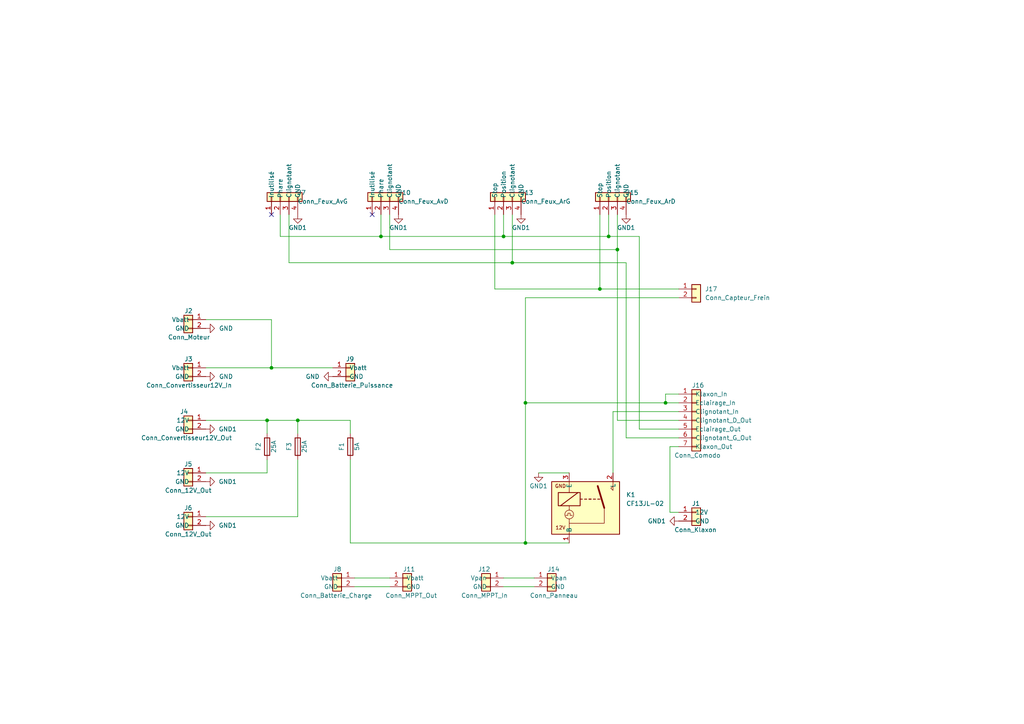
<source format=kicad_sch>
(kicad_sch (version 20211123) (generator eeschema)
  (paper "A4")
  (title_block (title "Boitier électrique vhéliotech") (date "2024-12-28") (company "Vélo solaire pour tous") (comment 1 "Licence CERN-OHL-S version 2"))
  (lib_symbols
    (symbol "Conn_12V_Out_1" (pin_names (offset 1.016))
      (property "Reference" "J" (at 0 2.54 0))
      (property "Value" "Conn_12V_Out_1" (at 0 -5.08 0))
      (symbol "Conn_12V_Out_1_1_1"
        (rectangle (start -1.27 -2.413) (end 0 -2.667) (stroke (width 0.1524)))
        (rectangle (start -1.27 0.127) (end 0 -0.127) (stroke (width 0.1524)))
        (rectangle (start -1.27 1.27) (end 1.27 -3.81) (stroke (width 0.254)) (fill (type background)))
        (pin power_in line (at -5.08 0 0) (length 3.81) (name "12V") (number "1"))
        (pin power_in line (at -5.08 -2.54 0) (length 3.81) (name "GND") (number "2"))
      )
    )
    (symbol "Connector_Generic:Conn_01x02" (pin_names (offset 1.016) hide)
      (property "Reference" "J" (at 0 2.54 0))
      (property "Value" "Conn_01x02" (at 0 -5.08 0))
      (symbol "Conn_01x02_1_1"
        (rectangle (start -1.27 -2.413) (end 0 -2.667) (stroke (width 0.1524)))
        (rectangle (start -1.27 0.127) (end 0 -0.127) (stroke (width 0.1524)))
        (rectangle (start -1.27 1.27) (end 1.27 -3.81) (stroke (width 0.254)) (fill (type background)))
        (pin passive line (at -5.08 0 0) (length 3.81) (name "Pin_1") (number "1"))
        (pin passive line (at -5.08 -2.54 0) (length 3.81) (name "Pin_2") (number "2"))
      )
    )
    (symbol "circuit:CF13JL-02"
      (property "Reference" "K" (at 11.43 3.81 0))
      (property "Value" "CF13JL-02" (at 17.78 1.27 0))
      (symbol "CF13JL-02_0_1"
        (circle (center -5.08 -4.445) (radius 1.27))
        (polyline (pts (xy -5.08 -6.985) (xy -5.08 -5.715)))
        (polyline (pts (xy -6.096 -4.699) (xy -5.461 -4.699) (xy -5.461 -4.064) (xy -4.826 -4.064) (xy -4.826 -4.699) (xy -4.191 -4.699)))
      )
      (symbol "CF13JL-02_1_1"
        (rectangle (start -10.16 5.08) (end 9.525 -10.16) (stroke (width 0.254)) (fill (type background)))
        (rectangle (start -8.255 1.905) (end -1.905 -1.905) (stroke (width 0.254)))
        (polyline (pts (xy -7.62 -1.905) (xy -2.54 1.905)) (stroke (width 0.254)))
        (polyline (pts (xy -5.08 -10.16) (xy -5.08 -6.985)))
        (polyline (pts (xy -5.08 -3.175) (xy -5.08 -1.905)))
        (polyline (pts (xy -5.08 5.08) (xy -5.08 1.905)))
        (polyline (pts (xy -1.905 0) (xy -1.27 0)) (stroke (width 0.254)))
        (polyline (pts (xy -0.635 0) (xy 0 0)) (stroke (width 0.254)))
        (polyline (pts (xy 0.635 0) (xy 1.27 0)) (stroke (width 0.254)))
        (polyline (pts (xy 0.635 0) (xy 1.27 0)) (stroke (width 0.254)))
        (polyline (pts (xy 1.905 0) (xy 2.54 0)) (stroke (width 0.254)))
        (polyline (pts (xy 3.175 0) (xy 3.81 0)) (stroke (width 0.254)))
        (polyline (pts (xy 5.08 -6.985) (xy -5.08 -6.985)))
        (polyline (pts (xy 5.08 -2.54) (xy 3.175 3.81)) (stroke (width 0.508)))
        (polyline (pts (xy 5.08 -2.54) (xy 5.08 -6.985)))
        (polyline (pts (xy 7.62 3.81) (xy 7.62 5.08)))
        (polyline (pts (xy 7.62 3.81) (xy 7.62 2.54) (xy 6.985 3.175) (xy 7.62 3.81)))
        (text "12V" (at -7.62 -8.255 0) (effects (font (size 1.016 1.016))))
        (text "GND" (at -7.62 3.81 0) (effects (font (size 1.016 1.016))))
        (pin passive line (at -5.08 -12.7 90) (length 2.54) (name "B") (number "1"))
        (pin passive line (at 7.62 7.62 270) (length 2.54) (name "L") (number "2"))
        (pin passive line (at -5.08 7.62 270) (length 2.54) (name "E") (number "3"))
      )
    )
    (symbol "circuit:Conn_12V_Out" (pin_names (offset 1.016))
      (property "Reference" "J" (at 0 2.54 0))
      (property "Value" "Conn_12V_Out" (at 0 -5.08 0))
      (symbol "Conn_12V_Out_1_1"
        (rectangle (start -1.27 -2.413) (end 0 -2.667) (stroke (width 0.1524)))
        (rectangle (start -1.27 0.127) (end 0 -0.127) (stroke (width 0.1524)))
        (rectangle (start -1.27 1.27) (end 1.27 -3.81) (stroke (width 0.254)) (fill (type background)))
        (pin power_in line (at -5.08 0 0) (length 3.81) (name "12V") (number "1"))
        (pin power_in line (at -5.08 -2.54 0) (length 3.81) (name "GND") (number "2"))
      )
    )
    (symbol "circuit:Conn_Batterie_Charge" (pin_names (offset 1.016))
      (property "Reference" "J" (at 0 2.54 0))
      (property "Value" "Conn_Batterie_Charge" (at 0 -5.08 0))
      (symbol "Conn_Batterie_Charge_1_1"
        (rectangle (start -1.27 -2.413) (end 0 -2.667) (stroke (width 0.1524)))
        (rectangle (start -1.27 0.127) (end 0 -0.127) (stroke (width 0.1524)))
        (rectangle (start -1.27 1.27) (end 1.27 -3.81) (stroke (width 0.254)) (fill (type background)))
        (pin power_in line (at -5.08 0 0) (length 3.81) (name "Vbatt") (number "1"))
        (pin power_in line (at -5.08 -2.54 0) (length 3.81) (name "GND") (number "2"))
      )
    )
    (symbol "circuit:Conn_Batterie_Puissance" (pin_names (offset 1.016))
      (property "Reference" "J" (at 0 2.54 0))
      (property "Value" "Conn_Batterie_Puissance" (at 0 -5.08 0))
      (symbol "Conn_Batterie_Puissance_1_1"
        (rectangle (start -1.27 -2.413) (end 0 -2.667) (stroke (width 0.1524)))
        (rectangle (start -1.27 0.127) (end 0 -0.127) (stroke (width 0.1524)))
        (rectangle (start -1.27 1.27) (end 1.27 -3.81) (stroke (width 0.254)) (fill (type background)))
        (pin power_out line (at -5.08 0 0) (length 3.81) (name "Vbatt") (number "1"))
        (pin power_out line (at -5.08 -2.54 0) (length 3.81) (name "GND") (number "2"))
      )
    )
    (symbol "circuit:Conn_Comodo" (pin_names (offset 1.016))
      (property "Reference" "J" (at 0 10.16 0))
      (property "Value" "Conn_Comodo" (at 0 -10.16 0))
      (symbol "Conn_Comodo_1_1"
        (rectangle (start -1.27 -7.493) (end 0 -7.747) (stroke (width 0.1524)))
        (rectangle (start -1.27 -4.953) (end 0 -5.207) (stroke (width 0.1524)))
        (rectangle (start -1.27 -2.413) (end 0 -2.667) (stroke (width 0.1524)))
        (rectangle (start -1.27 0.127) (end 0 -0.127) (stroke (width 0.1524)))
        (rectangle (start -1.27 2.667) (end 0 2.413) (stroke (width 0.1524)))
        (rectangle (start -1.27 5.207) (end 0 4.953) (stroke (width 0.1524)))
        (rectangle (start -1.27 7.747) (end 0 7.493) (stroke (width 0.1524)))
        (rectangle (start -1.27 8.89) (end 1.27 -8.89) (stroke (width 0.254)) (fill (type background)))
        (pin power_in line (at -5.08 7.62 0) (length 3.81) (name "Klaxon_In") (number "1"))
        (pin power_in line (at -5.08 5.08 0) (length 3.81) (name "Eclairage_In") (number "2"))
        (pin passive line (at -5.08 2.54 0) (length 3.81) (name "Clignotant_In") (number "3"))
        (pin passive line (at -5.08 0 0) (length 3.81) (name "Clignotant_D_Out") (number "4"))
        (pin passive line (at -5.08 -2.54 0) (length 3.81) (name "Eclairage_Out") (number "5"))
        (pin passive line (at -5.08 -5.08 0) (length 3.81) (name "Clignotant_G_Out") (number "6"))
        (pin passive line (at -5.08 -7.62 0) (length 3.81) (name "Klaxon_Out") (number "7"))
      )
    )
    (symbol "circuit:Conn_Convertisseur12V_In" (pin_names (offset 1.016))
      (property "Reference" "J" (at 0 2.54 0))
      (property "Value" "Conn_Convertisseur12V_In" (at 0 -5.08 0))
      (symbol "Conn_Convertisseur12V_In_1_1"
        (rectangle (start -1.27 -2.413) (end 0 -2.667) (stroke (width 0.1524)))
        (rectangle (start -1.27 0.127) (end 0 -0.127) (stroke (width 0.1524)))
        (rectangle (start -1.27 1.27) (end 1.27 -3.81) (stroke (width 0.254)) (fill (type background)))
        (pin power_in line (at -5.08 0 0) (length 3.81) (name "Vbatt") (number "1"))
        (pin power_in line (at -5.08 -2.54 0) (length 3.81) (name "GND") (number "2"))
      )
    )
    (symbol "circuit:Conn_Convertisseur12V_Out" (pin_names (offset 1.016))
      (property "Reference" "J" (at 0 2.54 0))
      (property "Value" "Conn_Convertisseur12V_Out" (at 0 -5.08 0))
      (symbol "Conn_Convertisseur12V_Out_1_1"
        (rectangle (start -1.27 -2.413) (end 0 -2.667) (stroke (width 0.1524)))
        (rectangle (start -1.27 0.127) (end 0 -0.127) (stroke (width 0.1524)))
        (rectangle (start -1.27 1.27) (end 1.27 -3.81) (stroke (width 0.254)) (fill (type background)))
        (pin power_out line (at -5.08 0 0) (length 3.81) (name "12V") (number "1"))
        (pin power_out line (at -5.08 -2.54 0) (length 3.81) (name "GND") (number "2"))
      )
    )
    (symbol "circuit:Conn_Feux_Arriere" (pin_names (offset 1.016))
      (property "Reference" "J" (at 0 5.08 0))
      (property "Value" "Conn_Feux_Arriere" (at 0 -7.62 0))
      (symbol "Conn_Feux_Arriere_1_1"
        (rectangle (start -1.27 -4.953) (end 0 -5.207) (stroke (width 0.1524)))
        (rectangle (start -1.27 -2.413) (end 0 -2.667) (stroke (width 0.1524)))
        (rectangle (start -1.27 0.127) (end 0 -0.127) (stroke (width 0.1524)))
        (rectangle (start -1.27 2.667) (end 0 2.413) (stroke (width 0.1524)))
        (rectangle (start -1.27 3.81) (end 1.27 -6.35) (stroke (width 0.254)) (fill (type background)))
        (pin passive line (at -5.08 2.54 0) (length 3.81) (name "Stop") (number "1"))
        (pin passive line (at -5.08 0 0) (length 3.81) (name "Position") (number "2"))
        (pin passive line (at -5.08 -2.54 0) (length 3.81) (name "Clignotant") (number "3"))
        (pin power_in line (at -5.08 -5.08 0) (length 3.81) (name "GND") (number "4"))
      )
    )
    (symbol "circuit:Conn_Feux_Avant" (pin_names (offset 1.016))
      (property "Reference" "J" (at 0 5.08 0))
      (property "Value" "Conn_Feux_Avant" (at 0 -7.62 0))
      (symbol "Conn_Feux_Avant_1_1"
        (rectangle (start -1.27 -4.953) (end 0 -5.207) (stroke (width 0.1524)))
        (rectangle (start -1.27 -2.413) (end 0 -2.667) (stroke (width 0.1524)))
        (rectangle (start -1.27 0.127) (end 0 -0.127) (stroke (width 0.1524)))
        (rectangle (start -1.27 2.667) (end 0 2.413) (stroke (width 0.1524)))
        (rectangle (start -1.27 3.81) (end 1.27 -6.35) (stroke (width 0.254)) (fill (type background)))
        (pin passive line (at -5.08 2.54 0) (length 3.81) (name "Inutilisé") (number "1"))
        (pin passive line (at -5.08 0 0) (length 3.81) (name "Phare") (number "2"))
        (pin passive line (at -5.08 -2.54 0) (length 3.81) (name "Clignotant") (number "3"))
        (pin power_in line (at -5.08 -5.08 0) (length 3.81) (name "GND") (number "4"))
      )
    )
    (symbol "circuit:Conn_Klaxon" (pin_names (offset 1.016))
      (property "Reference" "J" (at 0 2.54 0))
      (property "Value" "Conn_Klaxon" (at 0 -5.08 0))
      (symbol "Conn_Klaxon_1_1"
        (rectangle (start -1.27 -2.413) (end 0 -2.667) (stroke (width 0.1524)))
        (rectangle (start -1.27 0.127) (end 0 -0.127) (stroke (width 0.1524)))
        (rectangle (start -1.27 1.27) (end 1.27 -3.81) (stroke (width 0.254)) (fill (type background)))
        (pin passive line (at -5.08 0 0) (length 3.81) (name "12V") (number "1"))
        (pin power_in line (at -5.08 -2.54 0) (length 3.81) (name "GND") (number "2"))
      )
    )
    (symbol "circuit:Conn_MPPT_In" (pin_names (offset 1.016))
      (property "Reference" "J" (at 0 2.54 0))
      (property "Value" "Conn_MPPT_In" (at 0 -5.08 0))
      (symbol "Conn_MPPT_In_1_1"
        (rectangle (start -1.27 -2.413) (end 0 -2.667) (stroke (width 0.1524)))
        (rectangle (start -1.27 0.127) (end 0 -0.127) (stroke (width 0.1524)))
        (rectangle (start -1.27 1.27) (end 1.27 -3.81) (stroke (width 0.254)) (fill (type background)))
        (pin power_in line (at -5.08 0 0) (length 3.81) (name "Vpan") (number "1"))
        (pin power_in line (at -5.08 -2.54 0) (length 3.81) (name "GND") (number "2"))
      )
    )
    (symbol "circuit:Conn_MPPT_Out" (pin_names (offset 1.016))
      (property "Reference" "J" (at 0 2.54 0))
      (property "Value" "Conn_MPPT_Out" (at 0 -5.08 0))
      (symbol "Conn_MPPT_Out_1_1"
        (rectangle (start -1.27 -2.413) (end 0 -2.667) (stroke (width 0.1524)))
        (rectangle (start -1.27 0.127) (end 0 -0.127) (stroke (width 0.1524)))
        (rectangle (start -1.27 1.27) (end 1.27 -3.81) (stroke (width 0.254)) (fill (type background)))
        (pin power_out line (at -5.08 0 0) (length 3.81) (name "Vbatt") (number "1"))
        (pin power_out line (at -5.08 -2.54 0) (length 3.81) (name "GND") (number "2"))
      )
    )
    (symbol "circuit:Conn_Moteur" (pin_names (offset 1.016))
      (property "Reference" "J" (at 0 2.54 0))
      (property "Value" "Conn_Moteur" (at 0 -5.08 0))
      (symbol "Conn_Moteur_1_1"
        (rectangle (start -1.27 -2.413) (end 0 -2.667) (stroke (width 0.1524)))
        (rectangle (start -1.27 0.127) (end 0 -0.127) (stroke (width 0.1524)))
        (rectangle (start -1.27 1.27) (end 1.27 -3.81) (stroke (width 0.254)) (fill (type background)))
        (pin power_in line (at -5.08 0 0) (length 3.81) (name "Vbatt") (number "1"))
        (pin power_in line (at -5.08 -2.54 0) (length 3.81) (name "GND") (number "2"))
      )
    )
    (symbol "circuit:Conn_Panneau" (pin_names (offset 1.016))
      (property "Reference" "J" (at 0 2.54 0))
      (property "Value" "Conn_Panneau" (at 0 -5.08 0))
      (symbol "Conn_Panneau_1_1"
        (rectangle (start -1.27 -2.413) (end 0 -2.667) (stroke (width 0.1524)))
        (rectangle (start -1.27 0.127) (end 0 -0.127) (stroke (width 0.1524)))
        (rectangle (start -1.27 1.27) (end 1.27 -3.81) (stroke (width 0.254)) (fill (type background)))
        (pin power_out line (at -5.08 0 0) (length 3.81) (name "Vpan") (number "1"))
        (pin power_out line (at -5.08 -2.54 0) (length 3.81) (name "GND") (number "2"))
      )
    )
    (symbol "circuit:Fuse" (pin_numbers hide) (pin_names (offset 0))
      (property "Reference" "F" (at 2.032 0 90))
      (property "Value" "Fuse" (at -1.905 0 90))
      (symbol "Fuse_0_1"
        (rectangle (start -0.762 -2.54) (end 0.762 2.54) (stroke (width 0.254)))
        (polyline (pts (xy 0 2.54) (xy 0 -2.54)))
      )
      (symbol "Fuse_1_1"
        (pin power_out line (at 0 3.81 270) (length 1.27) (name "~") (number "1"))
        (pin power_in line (at 0 -3.81 90) (length 1.27) (name "~") (number "2"))
      )
    )
    (symbol "power:GND" (power) (pin_names (offset 0))
      (property "Value" "GND" (at 0 -3.81 0))
      (symbol "GND_0_1"
        (polyline (pts (xy 0 0) (xy 0 -1.27) (xy 1.27 -1.27) (xy 0 -2.54) (xy -1.27 -1.27) (xy 0 -1.27)))
      )
      (symbol "GND_1_1"
        (pin power_in line (at 0 0 270) (length 0) hide (name "GND") (number "1"))
      )
    )
    (symbol "power:GND1" (power) (pin_names (offset 0))
      (property "Value" "GND1" (at 0 -3.81 0))
      (symbol "GND1_0_1"
        (polyline (pts (xy 0 0) (xy 0 -1.27) (xy 1.27 -1.27) (xy 0 -2.54) (xy -1.27 -1.27) (xy 0 -1.27)))
      )
      (symbol "GND1_1_1"
        (pin power_in line (at 0 0 270) (length 0) hide (name "GND1") (number "1"))
      )
    )
  )
  (junction (at 193.04 116.84))
  (junction (at 148.59 76.2))
  (junction (at 78.74 106.68))
  (junction (at 110.49 68.58))
  (junction (at 146.05 68.58))
  (junction (at 173.99 83.82))
  (junction (at 152.4 157.48))
  (junction (at 77.47 121.92))
  (junction (at 176.53 68.58))
  (junction (at 179.07 72.39))
  (junction (at 86.36 121.92))
  (junction (at 152.4 116.84))
  (no_connect (at 78.74 62.23))
  (no_connect (at 107.95 62.23))
  (wire (pts (xy 78.74 92.71) (xy 59.69 92.71)))
  (wire (pts (xy 77.47 133.35) (xy 77.47 137.16)))
  (wire (pts (xy 77.47 121.92) (xy 77.47 125.73)))
  (wire (pts (xy 59.69 149.86) (xy 86.36 149.86)))
  (wire (pts (xy 110.49 68.58) (xy 81.28 68.58)))
  (wire (pts (xy 193.04 114.3) (xy 196.85 114.3)))
  (wire (pts (xy 102.87 167.64) (xy 113.03 167.64)))
  (wire (pts (xy 176.53 62.23) (xy 176.53 68.58)))
  (wire (pts (xy 148.59 62.23) (xy 148.59 76.2)))
  (wire (pts (xy 86.36 149.86) (xy 86.36 133.35)))
  (wire (pts (xy 101.6 133.35) (xy 101.6 157.48)))
  (wire (pts (xy 59.69 106.68) (xy 78.74 106.68)))
  (wire (pts (xy 86.36 121.92) (xy 101.6 121.92)))
  (wire (pts (xy 177.8 119.38) (xy 196.85 119.38)))
  (wire (pts (xy 179.07 72.39) (xy 113.03 72.39)))
  (wire (pts (xy 110.49 62.23) (xy 110.49 68.58)))
  (wire (pts (xy 77.47 121.92) (xy 86.36 121.92)))
  (wire (pts (xy 193.04 116.84) (xy 152.4 116.84)))
  (wire (pts (xy 181.61 127) (xy 196.85 127)))
  (wire (pts (xy 101.6 125.73) (xy 101.6 121.92)))
  (wire (pts (xy 194.31 148.59) (xy 196.85 148.59)))
  (wire (pts (xy 152.4 116.84) (xy 152.4 86.36)))
  (wire (pts (xy 196.85 83.82) (xy 173.99 83.82)))
  (wire (pts (xy 173.99 83.82) (xy 173.99 62.23)))
  (wire (pts (xy 196.85 116.84) (xy 193.04 116.84)))
  (wire (pts (xy 185.42 68.58) (xy 185.42 124.46)))
  (wire (pts (xy 177.8 137.16) (xy 177.8 119.38)))
  (wire (pts (xy 156.21 137.16) (xy 165.1 137.16)))
  (wire (pts (xy 143.51 83.82) (xy 143.51 62.23)))
  (wire (pts (xy 86.36 121.92) (xy 86.36 125.73)))
  (wire (pts (xy 83.82 76.2) (xy 83.82 62.23)))
  (wire (pts (xy 78.74 106.68) (xy 96.52 106.68)))
  (wire (pts (xy 179.07 121.92) (xy 196.85 121.92)))
  (wire (pts (xy 152.4 86.36) (xy 196.85 86.36)))
  (wire (pts (xy 59.69 137.16) (xy 77.47 137.16)))
  (wire (pts (xy 194.31 129.54) (xy 194.31 148.59)))
  (wire (pts (xy 110.49 68.58) (xy 146.05 68.58)))
  (wire (pts (xy 152.4 116.84) (xy 152.4 157.48)))
  (wire (pts (xy 146.05 62.23) (xy 146.05 68.58)))
  (wire (pts (xy 148.59 76.2) (xy 83.82 76.2)))
  (wire (pts (xy 181.61 76.2) (xy 181.61 127)))
  (wire (pts (xy 165.1 157.48) (xy 152.4 157.48)))
  (wire (pts (xy 78.74 106.68) (xy 78.74 92.71)))
  (wire (pts (xy 173.99 83.82) (xy 143.51 83.82)))
  (wire (pts (xy 193.04 116.84) (xy 193.04 114.3)))
  (wire (pts (xy 152.4 157.48) (xy 101.6 157.48)))
  (wire (pts (xy 113.03 72.39) (xy 113.03 62.23)))
  (wire (pts (xy 179.07 72.39) (xy 179.07 121.92)))
  (wire (pts (xy 146.05 170.18) (xy 154.94 170.18)))
  (wire (pts (xy 196.85 129.54) (xy 194.31 129.54)))
  (wire (pts (xy 148.59 76.2) (xy 181.61 76.2)))
  (wire (pts (xy 146.05 167.64) (xy 154.94 167.64)))
  (wire (pts (xy 179.07 62.23) (xy 179.07 72.39)))
  (wire (pts (xy 185.42 124.46) (xy 196.85 124.46)))
  (wire (pts (xy 59.69 121.92) (xy 77.47 121.92)))
  (wire (pts (xy 146.05 68.58) (xy 176.53 68.58)))
  (wire (pts (xy 102.87 170.18) (xy 113.03 170.18)))
  (wire (pts (xy 176.53 68.58) (xy 185.42 68.58)))
  (wire (pts (xy 81.28 68.58) (xy 81.28 62.23)))
  (symbol (lib_id "power:GND") (at 59.69 95.25 90) (unit 1)
    (property "Reference" "#PWR0101" (effects hide))
    (property "Value" "GND" (at 63.5 95.2499 90) (effects (justify right)))
  )
  (symbol (lib_id "circuit:Conn_Convertisseur12V_In") (at 54.61 106.68 0) (mirror y) (unit 1)
    (property "Reference" "J3" (at 55.88 104.14 0) (effects (justify left)))
    (property "Value" "Conn_Convertisseur12V_In" (at 67.31 111.76 0) (effects (justify left)))
    (property "Footprint" "circuit:TerminalBlock_Camdenboss_CTB3008_1x02_P5.08mm_45Degree" (effects hide))
  )
  (symbol (lib_id "power:GND1") (at 86.36 62.23 0) (unit 1)
    (property "Reference" "#PWR0105" (effects hide))
    (property "Value" "GND1" (at 86.36 66.04 0))
  )
  (symbol (lib_id "circuit:Conn_Feux_Avant") (at 110.49 57.15 90) (unit 1)
    (property "Reference" "J10" (at 115.57 55.8799 90) (effects (justify right)))
    (property "Value" "Conn_Feux_AvD" (at 115.57 58.4199 90) (effects (justify right)))
  )
  (symbol (lib_id "circuit:CF13JL-02") (at 170.18 144.78 0) (unit 1)
    (property "Reference" "K1" (at 181.61 143.5099 0) (effects (justify left)))
    (property "Value" "CF13JL-02" (at 181.61 146.0499 0) (effects (justify left)))
    (property "Footprint" "circuit:CF13JL-02" (effects hide))
  )
  (symbol (lib_id "circuit:Fuse") (at 77.47 129.54 180) (unit 1)
    (property "Reference" "F2" (at 74.93 129.54 90))
    (property "Value" "25A" (at 79.375 129.54 90))
  )
  (symbol (lib_id "power:GND1") (at 59.69 152.4 90) (unit 1)
    (property "Reference" "#PWR0110" (effects hide))
    (property "Value" "GND1" (at 66.04 152.4 90))
  )
  (symbol (lib_id "power:GND") (at 96.52 109.22 270) (unit 1)
    (property "Reference" "#PWR0111" (effects hide))
    (property "Value" "GND" (at 92.71 109.2199 90) (effects (justify right)))
  )
  (symbol (lib_id "circuit:Conn_Klaxon") (at 201.93 148.59 0) (unit 1)
    (property "Reference" "J1" (at 200.66 146.05 0) (effects (justify left)))
    (property "Value" "Conn_Klaxon" (at 195.58 153.67 0) (effects (justify left)))
    (property "Footprint" "circuit:TerminalBlock_Camdenboss_CTB3008_1x02_P5.08mm_45Degree" (effects hide))
  )
  (symbol (lib_name "Conn_12V_Out_1") (lib_id "circuit:Conn_12V_Out") (at 54.61 137.16 0) (mirror y) (unit 1)
    (property "Reference" "J5" (at 54.61 134.62 0))
    (property "Value" "Conn_12V_Out" (at 54.61 142.24 0))
    (property "Footprint" "circuit:TerminalBlock_Camdenboss_CTB3008_1x02_P5.08mm_45Degree" (effects hide))
  )
  (symbol (lib_id "power:GND1") (at 115.57 62.23 0) (unit 1)
    (property "Reference" "#PWR0106" (effects hide))
    (property "Value" "GND1" (at 115.57 66.04 0))
  )
  (symbol (lib_id "power:GND1") (at 59.69 124.46 90) (unit 1)
    (property "Reference" "#PWR0103" (effects hide))
    (property "Value" "GND1" (at 66.04 124.46 90))
  )
  (symbol (lib_id "circuit:Conn_Feux_Arriere") (at 146.05 57.15 90) (unit 1)
    (property "Reference" "J13" (at 151.13 55.8799 90) (effects (justify right)))
    (property "Value" "Conn_Feux_ArG" (at 151.13 58.4199 90) (effects (justify right)))
  )
  (symbol (lib_id "circuit:Conn_Batterie_Puissance") (at 101.6 106.68 0) (unit 1)
    (property "Reference" "J9" (at 100.33 104.14 0) (effects (justify left)))
    (property "Value" "Conn_Batterie_Puissance" (at 90.17 111.76 0) (effects (justify left)))
    (property "Footprint" "circuit:TerminalBlock_Camdenboss_CTB3008_1x02_P5.08mm_45Degree" (effects hide))
  )
  (symbol (lib_id "circuit:Conn_Moteur") (at 54.61 92.71 0) (mirror y) (unit 1)
    (property "Reference" "J2" (at 55.88 90.17 0) (effects (justify left)))
    (property "Value" "Conn_Moteur" (at 60.96 97.79 0) (effects (justify left)))
    (property "Footprint" "circuit:TerminalBlock_Camdenboss_CTB3008_1x02_P5.08mm_45Degree" (effects hide))
  )
  (symbol (lib_id "power:GND1") (at 196.85 151.13 270) (mirror x) (unit 1)
    (property "Reference" "#PWR0102" (effects hide))
    (property "Value" "GND1" (at 190.5 151.13 90))
  )
  (symbol (lib_id "circuit:Conn_Convertisseur12V_Out") (at 54.61 121.92 0) (mirror y) (unit 1)
    (property "Reference" "J4" (at 54.61 119.38 0) (effects (justify left)))
    (property "Value" "Conn_Convertisseur12V_Out" (at 67.31 127 0) (effects (justify left)))
    (property "Footprint" "circuit:TerminalBlock_Camdenboss_CTB3008_1x02_P5.08mm_45Degree" (effects hide))
  )
  (symbol (lib_id "circuit:Conn_MPPT_In") (at 140.97 167.64 0) (mirror y) (unit 1)
    (property "Reference" "J12" (at 142.24 165.1 0) (effects (justify left)))
    (property "Value" "Conn_MPPT_In" (at 147.32 172.72 0) (effects (justify left)))
    (property "Footprint" "circuit:TerminalBlock_Camdenboss_CTB3008_1x02_P5.08mm_45Degree" (effects hide))
  )
  (symbol (lib_id "circuit:Conn_Panneau") (at 160.02 167.64 0) (unit 1)
    (property "Reference" "J14" (at 158.75 165.1 0) (effects (justify left)))
    (property "Value" "Conn_Panneau" (at 153.67 172.72 0) (effects (justify left)))
    (property "Footprint" "circuit:TerminalBlock_Camdenboss_CTB3008_1x02_P5.08mm_45Degree" (effects hide))
  )
  (symbol (lib_id "circuit:Conn_Batterie_Charge") (at 97.79 167.64 0) (mirror y) (unit 1)
    (property "Reference" "J8" (at 99.06 165.1 0) (effects (justify left)))
    (property "Value" "Conn_Batterie_Charge" (at 107.95 172.72 0) (effects (justify left)))
    (property "Footprint" "circuit:TerminalBlock_Camdenboss_CTB3008_1x02_P5.08mm_45Degree" (effects hide))
  )
  (symbol (lib_id "circuit:Conn_Comodo") (at 201.93 121.92 0) (unit 1)
    (property "Reference" "J16" (at 200.66 111.76 0) (effects (justify left)))
    (property "Value" "Conn_Comodo" (at 195.58 132.08 0) (effects (justify left)))
  )
  (symbol (lib_id "power:GND1") (at 59.69 139.7 90) (unit 1)
    (property "Reference" "#PWR0109" (effects hide))
    (property "Value" "GND1" (at 66.04 139.7 90))
  )
  (symbol (lib_id "circuit:Fuse") (at 101.6 129.54 180) (unit 1)
    (property "Reference" "F1" (at 99.06 129.54 90))
    (property "Value" "5A" (at 103.505 129.54 90))
  )
  (symbol (lib_id "circuit:Fuse") (at 86.36 129.54 180) (unit 1)
    (property "Reference" "F3" (at 83.82 129.54 90))
    (property "Value" "25A" (at 88.265 129.54 90))
  )
  (symbol (lib_id "power:GND1") (at 156.21 137.16 0) (unit 1)
    (property "Reference" "#PWR0112" (effects hide))
    (property "Value" "GND1" (at 156.21 140.97 0))
  )
  (symbol (lib_id "circuit:Conn_12V_Out") (at 54.61 149.86 0) (mirror y) (unit 1)
    (property "Reference" "J6" (at 54.61 147.32 0))
    (property "Value" "Conn_12V_Out" (at 54.61 154.94 0))
    (property "Footprint" "circuit:TerminalBlock_Camdenboss_CTB3008_1x02_P5.08mm_45Degree" (effects hide))
  )
  (symbol (lib_id "circuit:Conn_Feux_Arriere") (at 176.53 57.15 90) (unit 1)
    (property "Reference" "J15" (at 181.61 55.8799 90) (effects (justify right)))
    (property "Value" "Conn_Feux_ArD" (at 181.61 58.4199 90) (effects (justify right)))
  )
  (symbol (lib_id "circuit:Conn_Feux_Avant") (at 81.28 57.15 90) (unit 1)
    (property "Reference" "J7" (at 86.36 55.8799 90) (effects (justify right)))
    (property "Value" "Conn_Feux_AvG" (at 86.36 58.4199 90) (effects (justify right)))
  )
  (symbol (lib_id "power:GND1") (at 181.61 62.23 0) (unit 1)
    (property "Reference" "#PWR0108" (effects hide))
    (property "Value" "GND1" (at 181.61 66.04 0))
  )
  (symbol (lib_id "power:GND") (at 59.69 109.22 90) (unit 1)
    (property "Reference" "#PWR0104" (effects hide))
    (property "Value" "GND" (at 63.5 109.2199 90) (effects (justify right)))
  )
  (symbol (lib_id "circuit:Conn_MPPT_Out") (at 118.11 167.64 0) (unit 1)
    (property "Reference" "J11" (at 116.84 165.1 0) (effects (justify left)))
    (property "Value" "Conn_MPPT_Out" (at 111.76 172.72 0) (effects (justify left)))
    (property "Footprint" "circuit:TerminalBlock_Camdenboss_CTB3008_1x02_P5.08mm_45Degree" (effects hide))
  )
  (symbol (lib_id "power:GND1") (at 151.13 62.23 0) (unit 1)
    (property "Reference" "#PWR0107" (effects hide))
    (property "Value" "GND1" (at 151.13 66.04 0))
  )
  (symbol (lib_id "Connector_Generic:Conn_01x02") (at 201.93 83.82 0) (unit 1)
    (property "Reference" "J17" (at 204.47 83.8199 0) (effects (justify left)))
    (property "Value" "Conn_Capteur_Frein" (at 204.47 86.3599 0) (effects (justify left)))
  )
)
</source>
